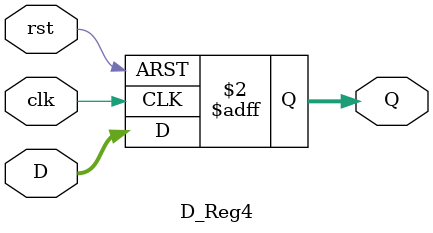
<source format=v>
`timescale 1ns / 1ps

module D_Reg4(
input rst,
input clk,
input [3:0] D,
output reg[3:0] Q
    );
always @(posedge rst or posedge clk)
begin
if(rst)
begin
Q<=4'b0;
end
else
begin
Q<=D;
end
end
endmodule

</source>
